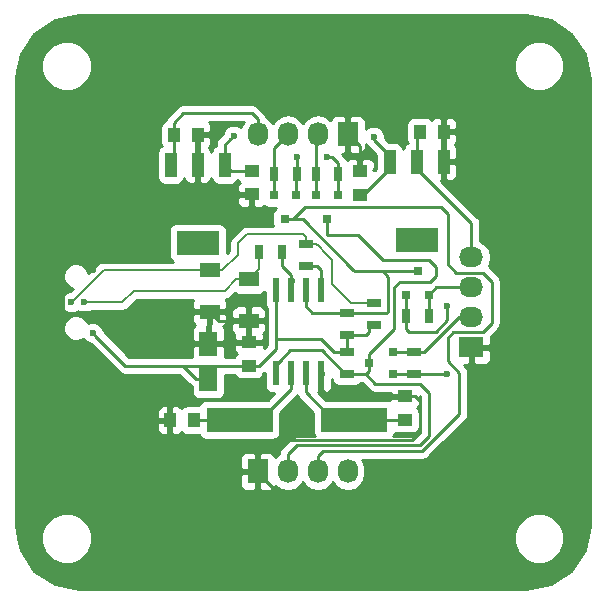
<source format=gbr>
G04 #@! TF.FileFunction,Copper,L1,Top,Signal*
%FSLAX46Y46*%
G04 Gerber Fmt 4.6, Leading zero omitted, Abs format (unit mm)*
G04 Created by KiCad (PCBNEW 4.0.2+dfsg1-stable) date Thu 18 Aug 2016 03:04:42 AM CEST*
%MOMM*%
G01*
G04 APERTURE LIST*
%ADD10C,0.100000*%
%ADD11R,1.699260X1.300480*%
%ADD12R,1.250000X1.000000*%
%ADD13R,1.727200X2.032000*%
%ADD14O,1.727200X2.032000*%
%ADD15R,0.800100X0.800100*%
%ADD16R,3.657600X2.032000*%
%ADD17R,1.016000X2.032000*%
%ADD18R,5.600700X2.100580*%
%ADD19R,1.000000X1.250000*%
%ADD20R,0.700000X1.300000*%
%ADD21R,1.300000X0.700000*%
%ADD22R,2.032000X1.727200*%
%ADD23O,2.032000X1.727200*%
%ADD24R,0.600000X2.130000*%
%ADD25R,1.501140X2.148840*%
%ADD26C,0.600000*%
%ADD27C,0.254000*%
%ADD28C,0.200000*%
G04 APERTURE END LIST*
D10*
D11*
X103124000Y-80291940D03*
X103124000Y-83792060D03*
D12*
X106680000Y-71882000D03*
X106680000Y-73882000D03*
D13*
X107188000Y-97322000D03*
D14*
X109728000Y-97322000D03*
X112268000Y-97322000D03*
X114808000Y-97322000D03*
D15*
X110424000Y-73947020D03*
X108524000Y-73947020D03*
X109474000Y-75946000D03*
X113980000Y-73929240D03*
X112080000Y-73929240D03*
X113030000Y-75928220D03*
D16*
X102108000Y-77978000D03*
D17*
X102108000Y-71374000D03*
X99822000Y-71374000D03*
X104394000Y-71374000D03*
D16*
X120650000Y-77724000D03*
D17*
X120650000Y-71120000D03*
X118364000Y-71120000D03*
X122936000Y-71120000D03*
D18*
X105641140Y-92964000D03*
X115338860Y-92964000D03*
D11*
X106426000Y-81053940D03*
X106426000Y-84554060D03*
D19*
X101750000Y-93000000D03*
X99750000Y-93000000D03*
D12*
X119634000Y-92948000D03*
X119634000Y-90948000D03*
X106426000Y-88376000D03*
X106426000Y-86376000D03*
D19*
X100092000Y-68834000D03*
X102092000Y-68834000D03*
D12*
X115824000Y-73898000D03*
X115824000Y-71898000D03*
D19*
X120920000Y-68580000D03*
X122920000Y-68580000D03*
D20*
X110490000Y-72136000D03*
X108590000Y-72136000D03*
D21*
X114750000Y-87188000D03*
X114750000Y-89088000D03*
X117000000Y-84958000D03*
X117000000Y-83058000D03*
X111250000Y-79950000D03*
X111250000Y-78050000D03*
D20*
X109200000Y-78750000D03*
X107300000Y-78750000D03*
X113980000Y-72136000D03*
X112080000Y-72136000D03*
D21*
X114750000Y-85786000D03*
X114750000Y-83886000D03*
D22*
X125270000Y-86810000D03*
D23*
X125270000Y-84270000D03*
X125270000Y-81730000D03*
X125270000Y-79190000D03*
D13*
X114810000Y-68790000D03*
D14*
X112270000Y-68790000D03*
X109730000Y-68790000D03*
X107190000Y-68790000D03*
D15*
X119778000Y-82364760D03*
X121678000Y-82364760D03*
X120728000Y-80365780D03*
X118602760Y-89088000D03*
X118602760Y-87188000D03*
X116603780Y-88138000D03*
D20*
X119778000Y-84158000D03*
X121678000Y-84158000D03*
D21*
X120396000Y-89088000D03*
X120396000Y-87188000D03*
D24*
X108712000Y-89000000D03*
X109982000Y-89000000D03*
X111252000Y-89000000D03*
X112522000Y-89000000D03*
X112522000Y-82000000D03*
X111252000Y-82000000D03*
X109982000Y-82000000D03*
X108712000Y-82000000D03*
D25*
X103000000Y-86498860D03*
X103000000Y-89501140D03*
D26*
X93250000Y-80250000D03*
X117000000Y-69000000D03*
X105144121Y-68904833D03*
X93217613Y-85608594D03*
X123201588Y-89065557D03*
X123238000Y-83312000D03*
X110499391Y-70698724D03*
X113056309Y-70714556D03*
X92500000Y-83000000D03*
X91404206Y-83013466D03*
D27*
X101750000Y-93000000D02*
X105605140Y-93000000D01*
X105605140Y-93000000D02*
X105641140Y-92964000D01*
X109982000Y-90373200D02*
X109982000Y-89000000D01*
X109982000Y-90373200D02*
X107391200Y-92964000D01*
X107391200Y-92964000D02*
X105641140Y-92964000D01*
X106918000Y-92948000D02*
X106934000Y-92964000D01*
X106918000Y-92980000D02*
X106934000Y-92964000D01*
X115824000Y-71898000D02*
X115824000Y-69804000D01*
X115824000Y-69804000D02*
X114810000Y-68790000D01*
X96266000Y-74930000D02*
X98044000Y-73152000D01*
X98044000Y-73152000D02*
X98044000Y-68326000D01*
X98044000Y-68326000D02*
X102108000Y-64262000D01*
X102108000Y-64262000D02*
X119888000Y-64262000D01*
X119888000Y-64262000D02*
X121666000Y-66040000D01*
X125250000Y-95476000D02*
X121476000Y-99250000D01*
X125270000Y-86810000D02*
X125270000Y-95456000D01*
X125270000Y-95456000D02*
X125250000Y-95476000D01*
X98750000Y-94662000D02*
X99084000Y-94996000D01*
X97088000Y-93000000D02*
X98750000Y-94662000D01*
X120242000Y-94662000D02*
X120904000Y-94000000D01*
X120904000Y-91339000D02*
X120904000Y-94000000D01*
X98750000Y-94662000D02*
X120242000Y-94662000D01*
X107188000Y-97322000D02*
X107188000Y-97474400D01*
X109067600Y-99354000D02*
X121372000Y-99354000D01*
X121372000Y-99354000D02*
X121476000Y-99250000D01*
X107188000Y-97474400D02*
X109067600Y-99354000D01*
X99084000Y-94996000D02*
X101338000Y-97250000D01*
X107190000Y-97322000D02*
X101410000Y-97322000D01*
X101410000Y-97322000D02*
X101338000Y-97250000D01*
X103124000Y-83792060D02*
X92166223Y-83792060D01*
X92166223Y-83792060D02*
X91963124Y-83995159D01*
X91963124Y-83995159D02*
X91432841Y-83995159D01*
X91432841Y-83995159D02*
X90678000Y-84750000D01*
X90678000Y-83312000D02*
X90678000Y-84750000D01*
X90678000Y-84750000D02*
X90678000Y-88240482D01*
X93250000Y-80250000D02*
X93250000Y-77946000D01*
X93250000Y-77946000D02*
X96266000Y-74930000D01*
X95020000Y-90932000D02*
X97088000Y-93000000D01*
X99750000Y-93000000D02*
X98996000Y-93000000D01*
X98996000Y-93000000D02*
X97088000Y-93000000D01*
X103000000Y-86498860D02*
X103000000Y-83916060D01*
X103000000Y-83916060D02*
X103124000Y-83792060D01*
X106426000Y-86376000D02*
X103122860Y-86376000D01*
X103122860Y-86376000D02*
X103000000Y-86498860D01*
X112522000Y-89000000D02*
X112522000Y-90319000D01*
X112522000Y-90319000D02*
X113151000Y-90948000D01*
X113151000Y-90948000D02*
X115078000Y-90948000D01*
X115078000Y-90948000D02*
X119634000Y-90948000D01*
X96266000Y-74930000D02*
X92964000Y-74930000D01*
X92964000Y-74930000D02*
X90671420Y-77222580D01*
X90671420Y-77222580D02*
X90671420Y-83305420D01*
X90671420Y-83305420D02*
X90678000Y-83312000D01*
X90678000Y-88240482D02*
X93369518Y-90932000D01*
X93369518Y-90932000D02*
X95020000Y-90932000D01*
X103323390Y-83792060D02*
X103124000Y-83792060D01*
X106426000Y-86376000D02*
X106426000Y-84554060D01*
X104503496Y-74914000D02*
X105535496Y-73882000D01*
X105535496Y-73882000D02*
X106680000Y-73882000D01*
X99822000Y-74930000D02*
X96266000Y-74930000D01*
X119634000Y-90948000D02*
X120513000Y-90948000D01*
X120513000Y-90948000D02*
X120904000Y-91339000D01*
X122920000Y-67294000D02*
X122920000Y-68580000D01*
X122936000Y-71120000D02*
X122936000Y-68596000D01*
X122936000Y-68596000D02*
X122920000Y-68580000D01*
X99100000Y-94980000D02*
X99084000Y-94996000D01*
X104969940Y-84554060D02*
X105322370Y-84554060D01*
X105322370Y-84554060D02*
X106426000Y-84554060D01*
X106426000Y-84554060D02*
X103886000Y-84554060D01*
X103886000Y-84554060D02*
X103124000Y-83792060D01*
X103432610Y-83792060D02*
X103124000Y-83792060D01*
X99838000Y-74914000D02*
X104503496Y-74914000D01*
X99822000Y-74930000D02*
X99838000Y-74914000D01*
X102092000Y-68834000D02*
X102092000Y-71358000D01*
X102092000Y-71358000D02*
X102108000Y-71374000D01*
X102108000Y-72644000D02*
X99822000Y-74930000D01*
X102108000Y-71374000D02*
X102108000Y-72644000D01*
X114810000Y-68790000D02*
X114810000Y-68637600D01*
X121666000Y-66040000D02*
X122920000Y-67294000D01*
X114810000Y-69187000D02*
X114810000Y-68790000D01*
X111252000Y-90627200D02*
X111252000Y-89000000D01*
X119634000Y-92948000D02*
X115354860Y-92948000D01*
X115354860Y-92948000D02*
X115338860Y-92964000D01*
X111252000Y-90627200D02*
X113588800Y-92964000D01*
X113588800Y-92964000D02*
X115338860Y-92964000D01*
X118364000Y-71120000D02*
X118364000Y-70612000D01*
X118364000Y-70612000D02*
X117000000Y-69248000D01*
X117000000Y-69248000D02*
X117000000Y-69000000D01*
X104394000Y-71374000D02*
X104394000Y-69654954D01*
X104394000Y-69654954D02*
X104844122Y-69204832D01*
X104844122Y-69204832D02*
X105144121Y-68904833D01*
X106426000Y-88376000D02*
X100750000Y-88376000D01*
X101995430Y-89501140D02*
X100870290Y-88376000D01*
X100750000Y-88376000D02*
X95985019Y-88376000D01*
X103000000Y-89501140D02*
X101995430Y-89501140D01*
X100870290Y-88376000D02*
X100750000Y-88376000D01*
X93517612Y-85908593D02*
X93217613Y-85608594D01*
X95985019Y-88376000D02*
X93517612Y-85908593D01*
X114750000Y-85786000D02*
X116362000Y-85786000D01*
X114750000Y-87188000D02*
X114750000Y-85786000D01*
X113650000Y-87188000D02*
X114750000Y-87188000D01*
X112568000Y-86106000D02*
X113650000Y-87188000D01*
X108712000Y-86106000D02*
X112568000Y-86106000D01*
X108712000Y-83660000D02*
X108712000Y-82000000D01*
X106426000Y-88376000D02*
X107305000Y-88376000D01*
X107305000Y-88376000D02*
X108712000Y-86969000D01*
X108712000Y-86969000D02*
X108712000Y-86106000D01*
X108712000Y-83660000D02*
X108712000Y-86106000D01*
X106680000Y-71882000D02*
X104902000Y-71882000D01*
X104902000Y-71882000D02*
X104394000Y-71374000D01*
X115824000Y-73898000D02*
X116094000Y-73898000D01*
X116094000Y-73898000D02*
X118364000Y-71628000D01*
X118364000Y-71628000D02*
X118364000Y-71120000D01*
X116362000Y-85786000D02*
X116586000Y-85562000D01*
X116586000Y-85562000D02*
X116586000Y-84958000D01*
X120650000Y-71120000D02*
X120650000Y-68850000D01*
X120650000Y-68850000D02*
X120920000Y-68580000D01*
X122250000Y-85500000D02*
X123238000Y-84512000D01*
X123238000Y-84512000D02*
X123238000Y-83312000D01*
X123201588Y-89065557D02*
X120418443Y-89065557D01*
X120418443Y-89065557D02*
X120396000Y-89088000D01*
X120650000Y-71722400D02*
X125250000Y-76322400D01*
X125270000Y-79190000D02*
X125270000Y-76342400D01*
X125270000Y-76342400D02*
X125250000Y-76322400D01*
X125117600Y-79190000D02*
X125270000Y-79190000D01*
X119778000Y-84158000D02*
X119778000Y-85278000D01*
X120000000Y-85500000D02*
X122250000Y-85500000D01*
X119778000Y-85278000D02*
X120000000Y-85500000D01*
X118602760Y-89088000D02*
X120396000Y-89088000D01*
X119778000Y-82364760D02*
X119778000Y-84158000D01*
X120650000Y-71120000D02*
X120650000Y-71722400D01*
X120741536Y-71211536D02*
X120650000Y-71120000D01*
X110499391Y-71725180D02*
X110499391Y-71122988D01*
X110490000Y-71734571D02*
X110499391Y-71725180D01*
X110499391Y-71122988D02*
X110499391Y-70698724D01*
X114000000Y-71233983D02*
X114000000Y-72116000D01*
X114000000Y-72116000D02*
X113980000Y-72136000D01*
X113056309Y-70714556D02*
X113480573Y-70714556D01*
X113480573Y-70714556D02*
X114000000Y-71233983D01*
X100092000Y-68834000D02*
X100092000Y-67802000D01*
X100092000Y-67802000D02*
X100883457Y-67010543D01*
X100883457Y-67010543D02*
X106680543Y-67010543D01*
X106680543Y-67010543D02*
X107190000Y-67520000D01*
X107190000Y-67520000D02*
X107190000Y-68790000D01*
X100092000Y-68834000D02*
X100092000Y-71104000D01*
X100092000Y-71104000D02*
X99822000Y-71374000D01*
X99822000Y-70866000D02*
X99822000Y-71374000D01*
X110424000Y-73947020D02*
X110424000Y-72202000D01*
X110424000Y-72202000D02*
X110490000Y-72136000D01*
X113980000Y-73929240D02*
X113980000Y-72136000D01*
D28*
X94381320Y-83000000D02*
X92500000Y-83000000D01*
X107300000Y-78750000D02*
X107300000Y-80179940D01*
X107300000Y-80179940D02*
X106426000Y-81053940D01*
X94381320Y-83000000D02*
X95731940Y-83000000D01*
X95731940Y-83000000D02*
X96689940Y-82042000D01*
X96689940Y-82042000D02*
X104388310Y-82042000D01*
X106426000Y-81053940D02*
X105376370Y-81053940D01*
X105376370Y-81053940D02*
X104388310Y-82042000D01*
X94125732Y-80291940D02*
X91704205Y-82713467D01*
X103124000Y-80291940D02*
X94125732Y-80291940D01*
X91704205Y-82713467D02*
X91404206Y-83013466D01*
X113078000Y-79000000D02*
X113500000Y-79422000D01*
X113500000Y-79422000D02*
X113500000Y-81500000D01*
X113500000Y-81500000D02*
X115058000Y-83058000D01*
X115058000Y-83058000D02*
X117000000Y-83058000D01*
X113078000Y-79000000D02*
X112250000Y-78172000D01*
X111250000Y-78050000D02*
X111250000Y-77500000D01*
X104173630Y-80291940D02*
X103124000Y-80291940D01*
X111250000Y-77500000D02*
X111000000Y-77250000D01*
X111000000Y-77250000D02*
X106250000Y-77250000D01*
X106250000Y-77250000D02*
X105500000Y-78000000D01*
X105500000Y-78000000D02*
X105500000Y-78965570D01*
X105500000Y-78965570D02*
X104173630Y-80291940D01*
X112250000Y-78172000D02*
X112128000Y-78050000D01*
X112128000Y-78050000D02*
X111250000Y-78050000D01*
X112224552Y-78146552D02*
X112250000Y-78172000D01*
D27*
X109728000Y-95888010D02*
X110500000Y-95116010D01*
X121000000Y-95034067D02*
X121666000Y-94368067D01*
X110500000Y-95116010D02*
X120918057Y-95116010D01*
X120918057Y-95116010D02*
X121000000Y-95034067D01*
X109728000Y-97322000D02*
X109728000Y-95888010D01*
X116603780Y-88138000D02*
X116603780Y-87396220D01*
X116603780Y-87396220D02*
X118750000Y-85250000D01*
X113030000Y-77348175D02*
X113030000Y-75928220D01*
X118750000Y-85250000D02*
X118750000Y-81750000D01*
X118750000Y-81750000D02*
X119250000Y-81250000D01*
X122250000Y-80750000D02*
X122250000Y-80000000D01*
X119250000Y-81250000D02*
X121750000Y-81250000D01*
X121646000Y-79396000D02*
X117750000Y-79396000D01*
X121750000Y-81250000D02*
X122250000Y-80750000D01*
X122250000Y-80000000D02*
X121646000Y-79396000D01*
X117750000Y-79396000D02*
X115702175Y-77348175D01*
X115702175Y-77348175D02*
X113030000Y-77348175D01*
X114750000Y-89088000D02*
X114588000Y-89088000D01*
X114588000Y-89088000D02*
X112584007Y-87084007D01*
X112584007Y-87084007D02*
X109944391Y-87084007D01*
X109944391Y-87084007D02*
X109055726Y-87972672D01*
X109041445Y-87972672D02*
X108712000Y-88302117D01*
X109055726Y-87972672D02*
X109041445Y-87972672D01*
X108712000Y-88302117D02*
X108712000Y-89060000D01*
X115824000Y-89088000D02*
X114750000Y-89088000D01*
X114554000Y-89078398D02*
X114554000Y-89088000D01*
X117135830Y-89916000D02*
X116307830Y-89088000D01*
X120904000Y-89916000D02*
X117135830Y-89916000D01*
X115824000Y-89088000D02*
X116307830Y-89088000D01*
X116307830Y-89088000D02*
X116603780Y-88792050D01*
X116603780Y-88792050D02*
X116603780Y-88138000D01*
X121666000Y-94368067D02*
X121666000Y-90678000D01*
X121666000Y-90678000D02*
X120904000Y-89916000D01*
X112200000Y-79950000D02*
X112522000Y-80272000D01*
X112522000Y-80272000D02*
X112522000Y-82000000D01*
X111250000Y-79950000D02*
X112200000Y-79950000D01*
X110128050Y-75946000D02*
X111144050Y-74930000D01*
X111144050Y-74930000D02*
X122680000Y-74930000D01*
X122680000Y-74930000D02*
X123250000Y-75500000D01*
X123250000Y-75500000D02*
X123250000Y-79750000D01*
X123250000Y-79750000D02*
X124000000Y-80500000D01*
X124000000Y-80500000D02*
X126250000Y-80500000D01*
X127000000Y-81250000D02*
X127000000Y-84750000D01*
X127000000Y-84750000D02*
X126250000Y-85500000D01*
X126250000Y-80500000D02*
X127000000Y-81250000D01*
X126250000Y-85500000D02*
X123750000Y-85500000D01*
X123750000Y-85500000D02*
X123250000Y-86000000D01*
X123250000Y-86000000D02*
X123250000Y-88000000D01*
X123250000Y-88000000D02*
X124250000Y-89000000D01*
X124250000Y-89000000D02*
X124250000Y-92426134D01*
X124250000Y-92426134D02*
X122174000Y-94502134D01*
X122174000Y-94502134D02*
X121176134Y-95500000D01*
X112749980Y-95570020D02*
X121106114Y-95570020D01*
X112268000Y-97322000D02*
X112268000Y-96052000D01*
X112268000Y-96052000D02*
X112749980Y-95570020D01*
X121106114Y-95570020D02*
X121176134Y-95500000D01*
X114554000Y-83886000D02*
X118114000Y-83886000D01*
X118114000Y-83886000D02*
X118250000Y-83750000D01*
X118250000Y-83750000D02*
X118250000Y-80865780D01*
X118250000Y-80865780D02*
X118134220Y-80750000D01*
X118134220Y-80750000D02*
X117750000Y-80365780D01*
X120478000Y-80365780D02*
X117750000Y-80365780D01*
X117750000Y-80365780D02*
X115405538Y-80365780D01*
X111000854Y-75961096D02*
X115289758Y-80250000D01*
X115405538Y-80365780D02*
X115289758Y-80250000D01*
X111252000Y-82000000D02*
X111252000Y-83319000D01*
X111252000Y-83319000D02*
X111819000Y-83886000D01*
X111819000Y-83886000D02*
X113650000Y-83886000D01*
X113650000Y-83886000D02*
X114554000Y-83886000D01*
X110128050Y-75946000D02*
X110143146Y-75961096D01*
X110143146Y-75961096D02*
X111000854Y-75961096D01*
X114554000Y-83886000D02*
X114254000Y-83886000D01*
X109474000Y-75946000D02*
X110128050Y-75946000D01*
X109982000Y-82000000D02*
X109982000Y-80681000D01*
X109982000Y-80681000D02*
X109200000Y-79899000D01*
X109200000Y-79899000D02*
X109200000Y-78750000D01*
X109982000Y-81214000D02*
X110170000Y-81026000D01*
X110170000Y-81026000D02*
X110170000Y-81326000D01*
X125270000Y-81730000D02*
X122312760Y-81730000D01*
X122312760Y-81730000D02*
X121678000Y-82364760D01*
X121678000Y-82364760D02*
X121678000Y-84158000D01*
X120396000Y-87188000D02*
X121300000Y-87188000D01*
X121300000Y-87188000D02*
X122878239Y-85609761D01*
X122878239Y-85609761D02*
X122890239Y-85609761D01*
X122890239Y-85609761D02*
X124230000Y-84270000D01*
X124230000Y-84270000D02*
X125270000Y-84270000D01*
X118602760Y-87188000D02*
X120396000Y-87188000D01*
X108590000Y-72136000D02*
X108590000Y-69910000D01*
X108590000Y-69910000D02*
X109710000Y-68790000D01*
X109710000Y-68790000D02*
X109730000Y-68790000D01*
X108524000Y-73947020D02*
X108524000Y-72202000D01*
X108524000Y-72202000D02*
X108590000Y-72136000D01*
X112080000Y-72136000D02*
X112080000Y-68980000D01*
X112080000Y-68980000D02*
X112270000Y-68790000D01*
X112080000Y-73929240D02*
X112080000Y-72136000D01*
G36*
X132019072Y-59125528D02*
X133730760Y-60269241D01*
X134874471Y-61980926D01*
X135290000Y-64069931D01*
X135290000Y-101930069D01*
X134874471Y-104019074D01*
X133730760Y-105730759D01*
X132019072Y-106874472D01*
X129930069Y-107290000D01*
X92069931Y-107290000D01*
X89980926Y-106874471D01*
X88269241Y-105730760D01*
X87125528Y-104019072D01*
X87006926Y-103422815D01*
X88864630Y-103422815D01*
X89188980Y-104207800D01*
X89789041Y-104808909D01*
X90573459Y-105134628D01*
X91422815Y-105135370D01*
X92207800Y-104811020D01*
X92808909Y-104210959D01*
X93134628Y-103426541D01*
X93134631Y-103422815D01*
X128864630Y-103422815D01*
X129188980Y-104207800D01*
X129789041Y-104808909D01*
X130573459Y-105134628D01*
X131422815Y-105135370D01*
X132207800Y-104811020D01*
X132808909Y-104210959D01*
X133134628Y-103426541D01*
X133135370Y-102577185D01*
X132811020Y-101792200D01*
X132210959Y-101191091D01*
X131426541Y-100865372D01*
X130577185Y-100864630D01*
X129792200Y-101188980D01*
X129191091Y-101789041D01*
X128865372Y-102573459D01*
X128864630Y-103422815D01*
X93134631Y-103422815D01*
X93135370Y-102577185D01*
X92811020Y-101792200D01*
X92210959Y-101191091D01*
X91426541Y-100865372D01*
X90577185Y-100864630D01*
X89792200Y-101188980D01*
X89191091Y-101789041D01*
X88865372Y-102573459D01*
X88864630Y-103422815D01*
X87006926Y-103422815D01*
X86710000Y-101930069D01*
X86710000Y-97607750D01*
X105689400Y-97607750D01*
X105689400Y-98464309D01*
X105786073Y-98697698D01*
X105964701Y-98876327D01*
X106198090Y-98973000D01*
X106902250Y-98973000D01*
X107061000Y-98814250D01*
X107061000Y-97449000D01*
X105848150Y-97449000D01*
X105689400Y-97607750D01*
X86710000Y-97607750D01*
X86710000Y-96179691D01*
X105689400Y-96179691D01*
X105689400Y-97036250D01*
X105848150Y-97195000D01*
X107061000Y-97195000D01*
X107061000Y-95829750D01*
X106902250Y-95671000D01*
X106198090Y-95671000D01*
X105964701Y-95767673D01*
X105786073Y-95946302D01*
X105689400Y-96179691D01*
X86710000Y-96179691D01*
X86710000Y-93285750D01*
X98615000Y-93285750D01*
X98615000Y-93751310D01*
X98711673Y-93984699D01*
X98890302Y-94163327D01*
X99123691Y-94260000D01*
X99464250Y-94260000D01*
X99623000Y-94101250D01*
X99623000Y-93127000D01*
X98773750Y-93127000D01*
X98615000Y-93285750D01*
X86710000Y-93285750D01*
X86710000Y-92248690D01*
X98615000Y-92248690D01*
X98615000Y-92714250D01*
X98773750Y-92873000D01*
X99623000Y-92873000D01*
X99623000Y-91898750D01*
X99464250Y-91740000D01*
X99123691Y-91740000D01*
X98890302Y-91836673D01*
X98711673Y-92015301D01*
X98615000Y-92248690D01*
X86710000Y-92248690D01*
X86710000Y-83198633D01*
X90469044Y-83198633D01*
X90611089Y-83542409D01*
X90873879Y-83805658D01*
X91217407Y-83948304D01*
X91589373Y-83948628D01*
X91933149Y-83806583D01*
X91958638Y-83781138D01*
X91969673Y-83792192D01*
X92313201Y-83934838D01*
X92685167Y-83935162D01*
X93028943Y-83793117D01*
X93044576Y-83777511D01*
X104941370Y-83777511D01*
X104941370Y-84268310D01*
X105100120Y-84427060D01*
X106299000Y-84427060D01*
X106299000Y-83427570D01*
X106553000Y-83427570D01*
X106553000Y-84427060D01*
X107751880Y-84427060D01*
X107910630Y-84268310D01*
X107910630Y-83777511D01*
X107813957Y-83544122D01*
X107635329Y-83365493D01*
X107401940Y-83268820D01*
X106711750Y-83268820D01*
X106553000Y-83427570D01*
X106299000Y-83427570D01*
X106140250Y-83268820D01*
X105450060Y-83268820D01*
X105216671Y-83365493D01*
X105038043Y-83544122D01*
X104941370Y-83777511D01*
X93044576Y-83777511D01*
X93087162Y-83735000D01*
X95731940Y-83735000D01*
X96013212Y-83679051D01*
X96251663Y-83519723D01*
X96994387Y-82777000D01*
X101741165Y-82777000D01*
X101736043Y-82782122D01*
X101639370Y-83015511D01*
X101639370Y-83506310D01*
X101798120Y-83665060D01*
X102997000Y-83665060D01*
X102997000Y-83645060D01*
X103251000Y-83645060D01*
X103251000Y-83665060D01*
X104449880Y-83665060D01*
X104608630Y-83506310D01*
X104608630Y-83015511D01*
X104511957Y-82782122D01*
X104487170Y-82757335D01*
X104669582Y-82721051D01*
X104908033Y-82561723D01*
X105232199Y-82237558D01*
X105324480Y-82300611D01*
X105576370Y-82351620D01*
X107275630Y-82351620D01*
X107510947Y-82307342D01*
X107727071Y-82168270D01*
X107764560Y-82113403D01*
X107764560Y-83065000D01*
X107808838Y-83300317D01*
X107947910Y-83516441D01*
X107950000Y-83517869D01*
X107950000Y-86653369D01*
X107686000Y-86917369D01*
X107686000Y-86661750D01*
X107527250Y-86503000D01*
X106553000Y-86503000D01*
X106553000Y-86523000D01*
X106299000Y-86523000D01*
X106299000Y-86503000D01*
X105324750Y-86503000D01*
X105166000Y-86661750D01*
X105166000Y-87002309D01*
X105262673Y-87235698D01*
X105403910Y-87376936D01*
X105349559Y-87411910D01*
X105211477Y-87614000D01*
X104385570Y-87614000D01*
X104385570Y-86784610D01*
X104226820Y-86625860D01*
X103127000Y-86625860D01*
X103127000Y-86645860D01*
X102873000Y-86645860D01*
X102873000Y-86625860D01*
X101773180Y-86625860D01*
X101614430Y-86784610D01*
X101614430Y-87614000D01*
X96300650Y-87614000D01*
X94152738Y-85466089D01*
X94152775Y-85423427D01*
X94101004Y-85298131D01*
X101614430Y-85298131D01*
X101614430Y-86213110D01*
X101773180Y-86371860D01*
X102873000Y-86371860D01*
X102873000Y-85042550D01*
X102967360Y-84948190D01*
X103127000Y-84948190D01*
X103127000Y-86371860D01*
X104226820Y-86371860D01*
X104385570Y-86213110D01*
X104385570Y-85298131D01*
X104288897Y-85064742D01*
X104242433Y-85018277D01*
X104333329Y-84980627D01*
X104474145Y-84839810D01*
X104941370Y-84839810D01*
X104941370Y-85330609D01*
X105038043Y-85563998D01*
X105182910Y-85708866D01*
X105166000Y-85749691D01*
X105166000Y-86090250D01*
X105324750Y-86249000D01*
X106299000Y-86249000D01*
X106299000Y-84681060D01*
X106553000Y-84681060D01*
X106553000Y-86249000D01*
X107527250Y-86249000D01*
X107686000Y-86090250D01*
X107686000Y-85749691D01*
X107669090Y-85708866D01*
X107813957Y-85563998D01*
X107910630Y-85330609D01*
X107910630Y-84839810D01*
X107751880Y-84681060D01*
X106553000Y-84681060D01*
X106299000Y-84681060D01*
X105100120Y-84681060D01*
X104941370Y-84839810D01*
X104474145Y-84839810D01*
X104511957Y-84801998D01*
X104608630Y-84568609D01*
X104608630Y-84077810D01*
X104449880Y-83919060D01*
X103251000Y-83919060D01*
X103251000Y-84824190D01*
X103127000Y-84948190D01*
X102967360Y-84948190D01*
X102997000Y-84918550D01*
X102997000Y-83919060D01*
X101798120Y-83919060D01*
X101639370Y-84077810D01*
X101639370Y-84568609D01*
X101736043Y-84801998D01*
X101854944Y-84920900D01*
X101711103Y-85064742D01*
X101614430Y-85298131D01*
X94101004Y-85298131D01*
X94010730Y-85079651D01*
X93747940Y-84816402D01*
X93404412Y-84673756D01*
X93032446Y-84673432D01*
X92781787Y-84777002D01*
X92702898Y-84586077D01*
X92398067Y-84280714D01*
X91999583Y-84115249D01*
X91568110Y-84114872D01*
X91169337Y-84279642D01*
X90863974Y-84584473D01*
X90698509Y-84982957D01*
X90698132Y-85414430D01*
X90862902Y-85813203D01*
X91167733Y-86118566D01*
X91566217Y-86284031D01*
X91997690Y-86284408D01*
X92396463Y-86119638D01*
X92411074Y-86105053D01*
X92424496Y-86137537D01*
X92687286Y-86400786D01*
X93030814Y-86543432D01*
X93074859Y-86543470D01*
X95446203Y-88914815D01*
X95691022Y-89078398D01*
X95693414Y-89079996D01*
X95985019Y-89138000D01*
X100554660Y-89138000D01*
X101456614Y-90039955D01*
X101601990Y-90137092D01*
X101601990Y-90575560D01*
X101646268Y-90810877D01*
X101785340Y-91027001D01*
X101997540Y-91171991D01*
X102249430Y-91223000D01*
X103750570Y-91223000D01*
X103985887Y-91178722D01*
X104202011Y-91039650D01*
X104347001Y-90827450D01*
X104398010Y-90575560D01*
X104398010Y-89138000D01*
X105215008Y-89138000D01*
X105336910Y-89327441D01*
X105549110Y-89472431D01*
X105801000Y-89523440D01*
X107051000Y-89523440D01*
X107286317Y-89479162D01*
X107502441Y-89340090D01*
X107647431Y-89127890D01*
X107666601Y-89033226D01*
X107764560Y-88967772D01*
X107764560Y-90065000D01*
X107808838Y-90300317D01*
X107947910Y-90516441D01*
X108160110Y-90661431D01*
X108412000Y-90712440D01*
X108565129Y-90712440D01*
X108011300Y-91266270D01*
X102840790Y-91266270D01*
X102605473Y-91310548D01*
X102389349Y-91449620D01*
X102244359Y-91661820D01*
X102231046Y-91727560D01*
X101250000Y-91727560D01*
X101014683Y-91771838D01*
X100798559Y-91910910D01*
X100752031Y-91979006D01*
X100609698Y-91836673D01*
X100376309Y-91740000D01*
X100035750Y-91740000D01*
X99877000Y-91898750D01*
X99877000Y-92873000D01*
X99897000Y-92873000D01*
X99897000Y-93127000D01*
X99877000Y-93127000D01*
X99877000Y-94101250D01*
X100035750Y-94260000D01*
X100376309Y-94260000D01*
X100609698Y-94163327D01*
X100750936Y-94022090D01*
X100785910Y-94076441D01*
X100998110Y-94221431D01*
X101250000Y-94272440D01*
X102250000Y-94272440D01*
X102252070Y-94272051D01*
X102376700Y-94465731D01*
X102588900Y-94610721D01*
X102840790Y-94661730D01*
X108441490Y-94661730D01*
X108676807Y-94617452D01*
X108892931Y-94478380D01*
X109037921Y-94266180D01*
X109088930Y-94014290D01*
X109088930Y-92343900D01*
X110520815Y-90912016D01*
X110540726Y-90882217D01*
X110548004Y-90918805D01*
X110652371Y-91075000D01*
X110713185Y-91166015D01*
X111891070Y-92343901D01*
X111891070Y-94014290D01*
X111935348Y-94249607D01*
X112002529Y-94354010D01*
X110500000Y-94354010D01*
X110208395Y-94412014D01*
X109961185Y-94577195D01*
X109189185Y-95349195D01*
X109024004Y-95596405D01*
X108968138Y-95877259D01*
X108668330Y-96077585D01*
X108653500Y-96099780D01*
X108589927Y-95946302D01*
X108411299Y-95767673D01*
X108177910Y-95671000D01*
X107473750Y-95671000D01*
X107315000Y-95829750D01*
X107315000Y-97195000D01*
X107335000Y-97195000D01*
X107335000Y-97449000D01*
X107315000Y-97449000D01*
X107315000Y-98814250D01*
X107473750Y-98973000D01*
X108177910Y-98973000D01*
X108411299Y-98876327D01*
X108589927Y-98697698D01*
X108653500Y-98544220D01*
X108668330Y-98566415D01*
X109154511Y-98891271D01*
X109728000Y-99005345D01*
X110301489Y-98891271D01*
X110787670Y-98566415D01*
X110998000Y-98251634D01*
X111208330Y-98566415D01*
X111694511Y-98891271D01*
X112268000Y-99005345D01*
X112841489Y-98891271D01*
X113327670Y-98566415D01*
X113538000Y-98251634D01*
X113748330Y-98566415D01*
X114234511Y-98891271D01*
X114808000Y-99005345D01*
X115381489Y-98891271D01*
X115867670Y-98566415D01*
X116192526Y-98080234D01*
X116306600Y-97506745D01*
X116306600Y-97137255D01*
X116192526Y-96563766D01*
X116037678Y-96332020D01*
X121106114Y-96332020D01*
X121397719Y-96274016D01*
X121644929Y-96108835D01*
X121714949Y-96038816D01*
X121714951Y-96038813D01*
X122712816Y-95040949D01*
X122712818Y-95040946D01*
X124788815Y-92964950D01*
X124953996Y-92717739D01*
X124963015Y-92672396D01*
X125012000Y-92426134D01*
X125012000Y-89000000D01*
X124988208Y-88880390D01*
X124953997Y-88708396D01*
X124788816Y-88461185D01*
X124636231Y-88308600D01*
X124984250Y-88308600D01*
X125143000Y-88149850D01*
X125143000Y-86937000D01*
X125397000Y-86937000D01*
X125397000Y-88149850D01*
X125555750Y-88308600D01*
X126412309Y-88308600D01*
X126645698Y-88211927D01*
X126824327Y-88033299D01*
X126921000Y-87799910D01*
X126921000Y-87095750D01*
X126762250Y-86937000D01*
X125397000Y-86937000D01*
X125143000Y-86937000D01*
X125123000Y-86937000D01*
X125123000Y-86683000D01*
X125143000Y-86683000D01*
X125143000Y-86663000D01*
X125397000Y-86663000D01*
X125397000Y-86683000D01*
X126762250Y-86683000D01*
X126921000Y-86524250D01*
X126921000Y-85906630D01*
X127538815Y-85288815D01*
X127703996Y-85041605D01*
X127717859Y-84971910D01*
X127762000Y-84750000D01*
X127762000Y-81250000D01*
X127703996Y-80958395D01*
X127538815Y-80711185D01*
X126788815Y-79961185D01*
X126775069Y-79952000D01*
X126732374Y-79923472D01*
X126839271Y-79763489D01*
X126953345Y-79190000D01*
X126839271Y-78616511D01*
X126514415Y-78130330D01*
X126032000Y-77807990D01*
X126032000Y-76342400D01*
X125973996Y-76050795D01*
X125892094Y-75928220D01*
X125808815Y-75803584D01*
X125788817Y-75783587D01*
X125788815Y-75783584D01*
X122713240Y-72708010D01*
X122809000Y-72612250D01*
X122809000Y-71247000D01*
X123063000Y-71247000D01*
X123063000Y-72612250D01*
X123221750Y-72771000D01*
X123570309Y-72771000D01*
X123803698Y-72674327D01*
X123982327Y-72495699D01*
X124079000Y-72262310D01*
X124079000Y-71405750D01*
X123920250Y-71247000D01*
X123063000Y-71247000D01*
X122809000Y-71247000D01*
X122789000Y-71247000D01*
X122789000Y-70993000D01*
X122809000Y-70993000D01*
X122809000Y-69627750D01*
X122793000Y-69611750D01*
X122793000Y-68707000D01*
X123047000Y-68707000D01*
X123047000Y-69681250D01*
X123063000Y-69697250D01*
X123063000Y-70993000D01*
X123920250Y-70993000D01*
X124079000Y-70834250D01*
X124079000Y-69977690D01*
X123982327Y-69744301D01*
X123880525Y-69642500D01*
X123958327Y-69564699D01*
X124055000Y-69331310D01*
X124055000Y-68865750D01*
X123896250Y-68707000D01*
X123047000Y-68707000D01*
X122793000Y-68707000D01*
X122773000Y-68707000D01*
X122773000Y-68453000D01*
X122793000Y-68453000D01*
X122793000Y-67478750D01*
X123047000Y-67478750D01*
X123047000Y-68453000D01*
X123896250Y-68453000D01*
X124055000Y-68294250D01*
X124055000Y-67828690D01*
X123958327Y-67595301D01*
X123779698Y-67416673D01*
X123546309Y-67320000D01*
X123205750Y-67320000D01*
X123047000Y-67478750D01*
X122793000Y-67478750D01*
X122634250Y-67320000D01*
X122293691Y-67320000D01*
X122060302Y-67416673D01*
X121919064Y-67557910D01*
X121884090Y-67503559D01*
X121671890Y-67358569D01*
X121420000Y-67307560D01*
X120420000Y-67307560D01*
X120184683Y-67351838D01*
X119968559Y-67490910D01*
X119823569Y-67703110D01*
X119772560Y-67955000D01*
X119772560Y-69205000D01*
X119816838Y-69440317D01*
X119870687Y-69524001D01*
X119690559Y-69639910D01*
X119545569Y-69852110D01*
X119507457Y-70040314D01*
X119475162Y-69868683D01*
X119336090Y-69652559D01*
X119123890Y-69507569D01*
X118872000Y-69456560D01*
X118286191Y-69456560D01*
X117934909Y-69105279D01*
X117935162Y-68814833D01*
X117793117Y-68471057D01*
X117530327Y-68207808D01*
X117186799Y-68065162D01*
X116814833Y-68064838D01*
X116471057Y-68206883D01*
X116308600Y-68369057D01*
X116308600Y-67647691D01*
X116211927Y-67414302D01*
X116033299Y-67235673D01*
X115799910Y-67139000D01*
X115095750Y-67139000D01*
X114937000Y-67297750D01*
X114937000Y-68663000D01*
X114957000Y-68663000D01*
X114957000Y-68917000D01*
X114937000Y-68917000D01*
X114937000Y-70282250D01*
X115095750Y-70441000D01*
X115799910Y-70441000D01*
X116033299Y-70344327D01*
X116211927Y-70165698D01*
X116308600Y-69932309D01*
X116308600Y-69630838D01*
X116454868Y-69777362D01*
X116461185Y-69786815D01*
X117208560Y-70534191D01*
X117208560Y-71705809D01*
X117084000Y-71830369D01*
X117084000Y-71770998D01*
X116925252Y-71770998D01*
X117084000Y-71612250D01*
X117084000Y-71271691D01*
X116987327Y-71038302D01*
X116808699Y-70859673D01*
X116575310Y-70763000D01*
X116109750Y-70763000D01*
X115951000Y-70921750D01*
X115951000Y-71771000D01*
X115971000Y-71771000D01*
X115971000Y-72025000D01*
X115951000Y-72025000D01*
X115951000Y-72045000D01*
X115697000Y-72045000D01*
X115697000Y-72025000D01*
X115677000Y-72025000D01*
X115677000Y-71771000D01*
X115697000Y-71771000D01*
X115697000Y-70921750D01*
X115538250Y-70763000D01*
X115072690Y-70763000D01*
X114839301Y-70859673D01*
X114717053Y-70981922D01*
X114711045Y-70977817D01*
X114703996Y-70942378D01*
X114629831Y-70831383D01*
X114538816Y-70695168D01*
X114284648Y-70441000D01*
X114524250Y-70441000D01*
X114683000Y-70282250D01*
X114683000Y-68917000D01*
X114663000Y-68917000D01*
X114663000Y-68663000D01*
X114683000Y-68663000D01*
X114683000Y-67297750D01*
X114524250Y-67139000D01*
X113820090Y-67139000D01*
X113586701Y-67235673D01*
X113408073Y-67414302D01*
X113344500Y-67567780D01*
X113329670Y-67545585D01*
X112843489Y-67220729D01*
X112270000Y-67106655D01*
X111696511Y-67220729D01*
X111210330Y-67545585D01*
X111000000Y-67860366D01*
X110789670Y-67545585D01*
X110303489Y-67220729D01*
X109730000Y-67106655D01*
X109156511Y-67220729D01*
X108670330Y-67545585D01*
X108460000Y-67860366D01*
X108249670Y-67545585D01*
X107912242Y-67320123D01*
X107893996Y-67228395D01*
X107728815Y-66981185D01*
X107219358Y-66471728D01*
X106972148Y-66306547D01*
X106680543Y-66248543D01*
X100883457Y-66248543D01*
X100591852Y-66306547D01*
X100344641Y-66471728D01*
X99553185Y-67263185D01*
X99388004Y-67510395D01*
X99369499Y-67603427D01*
X99356683Y-67605838D01*
X99140559Y-67744910D01*
X98995569Y-67957110D01*
X98944560Y-68209000D01*
X98944560Y-69459000D01*
X98988838Y-69694317D01*
X99042687Y-69778001D01*
X98862559Y-69893910D01*
X98717569Y-70106110D01*
X98666560Y-70358000D01*
X98666560Y-72390000D01*
X98710838Y-72625317D01*
X98849910Y-72841441D01*
X99062110Y-72986431D01*
X99314000Y-73037440D01*
X100330000Y-73037440D01*
X100565317Y-72993162D01*
X100781441Y-72854090D01*
X100926431Y-72641890D01*
X100965000Y-72451431D01*
X100965000Y-72516310D01*
X101061673Y-72749699D01*
X101240302Y-72928327D01*
X101473691Y-73025000D01*
X101822250Y-73025000D01*
X101981000Y-72866250D01*
X101981000Y-71501000D01*
X101961000Y-71501000D01*
X101961000Y-71247000D01*
X101981000Y-71247000D01*
X101981000Y-69881750D01*
X101965000Y-69865750D01*
X101965000Y-68961000D01*
X101945000Y-68961000D01*
X101945000Y-68707000D01*
X101965000Y-68707000D01*
X101965000Y-68687000D01*
X102219000Y-68687000D01*
X102219000Y-68707000D01*
X103068250Y-68707000D01*
X103227000Y-68548250D01*
X103227000Y-68082690D01*
X103130327Y-67849301D01*
X103053569Y-67772543D01*
X105978681Y-67772543D01*
X105805474Y-68031766D01*
X105770290Y-68208650D01*
X105674448Y-68112641D01*
X105330920Y-67969995D01*
X104958954Y-67969671D01*
X104615178Y-68111716D01*
X104351929Y-68374506D01*
X104209283Y-68718034D01*
X104209245Y-68762079D01*
X103855185Y-69116139D01*
X103690004Y-69363349D01*
X103632000Y-69654954D01*
X103632000Y-69766860D01*
X103434559Y-69893910D01*
X103289569Y-70106110D01*
X103251000Y-70296569D01*
X103251000Y-70231690D01*
X103154327Y-69998301D01*
X103052525Y-69896500D01*
X103130327Y-69818699D01*
X103227000Y-69585310D01*
X103227000Y-69119750D01*
X103068250Y-68961000D01*
X102219000Y-68961000D01*
X102219000Y-69935250D01*
X102235000Y-69951250D01*
X102235000Y-71247000D01*
X102255000Y-71247000D01*
X102255000Y-71501000D01*
X102235000Y-71501000D01*
X102235000Y-72866250D01*
X102393750Y-73025000D01*
X102742309Y-73025000D01*
X102975698Y-72928327D01*
X103154327Y-72749699D01*
X103251000Y-72516310D01*
X103251000Y-72456113D01*
X103282838Y-72625317D01*
X103421910Y-72841441D01*
X103634110Y-72986431D01*
X103886000Y-73037440D01*
X104902000Y-73037440D01*
X105137317Y-72993162D01*
X105353441Y-72854090D01*
X105482579Y-72665090D01*
X105590910Y-72833441D01*
X105659006Y-72879969D01*
X105516673Y-73022302D01*
X105420000Y-73255691D01*
X105420000Y-73596250D01*
X105578750Y-73755000D01*
X106553000Y-73755000D01*
X106553000Y-73735000D01*
X106807000Y-73735000D01*
X106807000Y-73755000D01*
X106827000Y-73755000D01*
X106827000Y-74009000D01*
X106807000Y-74009000D01*
X106807000Y-74858250D01*
X106965750Y-75017000D01*
X107431310Y-75017000D01*
X107664699Y-74920327D01*
X107735103Y-74849922D01*
X107872060Y-74943501D01*
X108123950Y-74994510D01*
X108758255Y-74994510D01*
X108622509Y-75081860D01*
X108477519Y-75294060D01*
X108426510Y-75545950D01*
X108426510Y-76346050D01*
X108458300Y-76515000D01*
X106250000Y-76515000D01*
X105968728Y-76570949D01*
X105730276Y-76730277D01*
X104980277Y-77480277D01*
X104820949Y-77718728D01*
X104765000Y-78000000D01*
X104765000Y-78661123D01*
X104584240Y-78841883D01*
X104584240Y-76962000D01*
X104539962Y-76726683D01*
X104400890Y-76510559D01*
X104188690Y-76365569D01*
X103936800Y-76314560D01*
X100279200Y-76314560D01*
X100043883Y-76358838D01*
X99827759Y-76497910D01*
X99682769Y-76710110D01*
X99631760Y-76962000D01*
X99631760Y-78994000D01*
X99676038Y-79229317D01*
X99815110Y-79445441D01*
X99978294Y-79556940D01*
X94125732Y-79556940D01*
X93890254Y-79603780D01*
X93844460Y-79612889D01*
X93606008Y-79772217D01*
X92845736Y-80532490D01*
X92702898Y-80186797D01*
X92398067Y-79881434D01*
X91999583Y-79715969D01*
X91568110Y-79715592D01*
X91169337Y-79880362D01*
X90863974Y-80185193D01*
X90698509Y-80583677D01*
X90698132Y-81015150D01*
X90862902Y-81413923D01*
X91167733Y-81719286D01*
X91514818Y-81863408D01*
X91299852Y-82078374D01*
X91219039Y-82078304D01*
X90875263Y-82220349D01*
X90612014Y-82483139D01*
X90469368Y-82826667D01*
X90469044Y-83198633D01*
X86710000Y-83198633D01*
X86710000Y-74167750D01*
X105420000Y-74167750D01*
X105420000Y-74508309D01*
X105516673Y-74741698D01*
X105695301Y-74920327D01*
X105928690Y-75017000D01*
X106394250Y-75017000D01*
X106553000Y-74858250D01*
X106553000Y-74009000D01*
X105578750Y-74009000D01*
X105420000Y-74167750D01*
X86710000Y-74167750D01*
X86710000Y-64069931D01*
X86838719Y-63422815D01*
X88864630Y-63422815D01*
X89188980Y-64207800D01*
X89789041Y-64808909D01*
X90573459Y-65134628D01*
X91422815Y-65135370D01*
X92207800Y-64811020D01*
X92808909Y-64210959D01*
X93134628Y-63426541D01*
X93134631Y-63422815D01*
X128864630Y-63422815D01*
X129188980Y-64207800D01*
X129789041Y-64808909D01*
X130573459Y-65134628D01*
X131422815Y-65135370D01*
X132207800Y-64811020D01*
X132808909Y-64210959D01*
X133134628Y-63426541D01*
X133135370Y-62577185D01*
X132811020Y-61792200D01*
X132210959Y-61191091D01*
X131426541Y-60865372D01*
X130577185Y-60864630D01*
X129792200Y-61188980D01*
X129191091Y-61789041D01*
X128865372Y-62573459D01*
X128864630Y-63422815D01*
X93134631Y-63422815D01*
X93135370Y-62577185D01*
X92811020Y-61792200D01*
X92210959Y-61191091D01*
X91426541Y-60865372D01*
X90577185Y-60864630D01*
X89792200Y-61188980D01*
X89191091Y-61789041D01*
X88865372Y-62573459D01*
X88864630Y-63422815D01*
X86838719Y-63422815D01*
X87125528Y-61980928D01*
X88269241Y-60269240D01*
X89980926Y-59125529D01*
X92069931Y-58710000D01*
X129930069Y-58710000D01*
X132019072Y-59125528D01*
X132019072Y-59125528D01*
G37*
X132019072Y-59125528D02*
X133730760Y-60269241D01*
X134874471Y-61980926D01*
X135290000Y-64069931D01*
X135290000Y-101930069D01*
X134874471Y-104019074D01*
X133730760Y-105730759D01*
X132019072Y-106874472D01*
X129930069Y-107290000D01*
X92069931Y-107290000D01*
X89980926Y-106874471D01*
X88269241Y-105730760D01*
X87125528Y-104019072D01*
X87006926Y-103422815D01*
X88864630Y-103422815D01*
X89188980Y-104207800D01*
X89789041Y-104808909D01*
X90573459Y-105134628D01*
X91422815Y-105135370D01*
X92207800Y-104811020D01*
X92808909Y-104210959D01*
X93134628Y-103426541D01*
X93134631Y-103422815D01*
X128864630Y-103422815D01*
X129188980Y-104207800D01*
X129789041Y-104808909D01*
X130573459Y-105134628D01*
X131422815Y-105135370D01*
X132207800Y-104811020D01*
X132808909Y-104210959D01*
X133134628Y-103426541D01*
X133135370Y-102577185D01*
X132811020Y-101792200D01*
X132210959Y-101191091D01*
X131426541Y-100865372D01*
X130577185Y-100864630D01*
X129792200Y-101188980D01*
X129191091Y-101789041D01*
X128865372Y-102573459D01*
X128864630Y-103422815D01*
X93134631Y-103422815D01*
X93135370Y-102577185D01*
X92811020Y-101792200D01*
X92210959Y-101191091D01*
X91426541Y-100865372D01*
X90577185Y-100864630D01*
X89792200Y-101188980D01*
X89191091Y-101789041D01*
X88865372Y-102573459D01*
X88864630Y-103422815D01*
X87006926Y-103422815D01*
X86710000Y-101930069D01*
X86710000Y-97607750D01*
X105689400Y-97607750D01*
X105689400Y-98464309D01*
X105786073Y-98697698D01*
X105964701Y-98876327D01*
X106198090Y-98973000D01*
X106902250Y-98973000D01*
X107061000Y-98814250D01*
X107061000Y-97449000D01*
X105848150Y-97449000D01*
X105689400Y-97607750D01*
X86710000Y-97607750D01*
X86710000Y-96179691D01*
X105689400Y-96179691D01*
X105689400Y-97036250D01*
X105848150Y-97195000D01*
X107061000Y-97195000D01*
X107061000Y-95829750D01*
X106902250Y-95671000D01*
X106198090Y-95671000D01*
X105964701Y-95767673D01*
X105786073Y-95946302D01*
X105689400Y-96179691D01*
X86710000Y-96179691D01*
X86710000Y-93285750D01*
X98615000Y-93285750D01*
X98615000Y-93751310D01*
X98711673Y-93984699D01*
X98890302Y-94163327D01*
X99123691Y-94260000D01*
X99464250Y-94260000D01*
X99623000Y-94101250D01*
X99623000Y-93127000D01*
X98773750Y-93127000D01*
X98615000Y-93285750D01*
X86710000Y-93285750D01*
X86710000Y-92248690D01*
X98615000Y-92248690D01*
X98615000Y-92714250D01*
X98773750Y-92873000D01*
X99623000Y-92873000D01*
X99623000Y-91898750D01*
X99464250Y-91740000D01*
X99123691Y-91740000D01*
X98890302Y-91836673D01*
X98711673Y-92015301D01*
X98615000Y-92248690D01*
X86710000Y-92248690D01*
X86710000Y-83198633D01*
X90469044Y-83198633D01*
X90611089Y-83542409D01*
X90873879Y-83805658D01*
X91217407Y-83948304D01*
X91589373Y-83948628D01*
X91933149Y-83806583D01*
X91958638Y-83781138D01*
X91969673Y-83792192D01*
X92313201Y-83934838D01*
X92685167Y-83935162D01*
X93028943Y-83793117D01*
X93044576Y-83777511D01*
X104941370Y-83777511D01*
X104941370Y-84268310D01*
X105100120Y-84427060D01*
X106299000Y-84427060D01*
X106299000Y-83427570D01*
X106553000Y-83427570D01*
X106553000Y-84427060D01*
X107751880Y-84427060D01*
X107910630Y-84268310D01*
X107910630Y-83777511D01*
X107813957Y-83544122D01*
X107635329Y-83365493D01*
X107401940Y-83268820D01*
X106711750Y-83268820D01*
X106553000Y-83427570D01*
X106299000Y-83427570D01*
X106140250Y-83268820D01*
X105450060Y-83268820D01*
X105216671Y-83365493D01*
X105038043Y-83544122D01*
X104941370Y-83777511D01*
X93044576Y-83777511D01*
X93087162Y-83735000D01*
X95731940Y-83735000D01*
X96013212Y-83679051D01*
X96251663Y-83519723D01*
X96994387Y-82777000D01*
X101741165Y-82777000D01*
X101736043Y-82782122D01*
X101639370Y-83015511D01*
X101639370Y-83506310D01*
X101798120Y-83665060D01*
X102997000Y-83665060D01*
X102997000Y-83645060D01*
X103251000Y-83645060D01*
X103251000Y-83665060D01*
X104449880Y-83665060D01*
X104608630Y-83506310D01*
X104608630Y-83015511D01*
X104511957Y-82782122D01*
X104487170Y-82757335D01*
X104669582Y-82721051D01*
X104908033Y-82561723D01*
X105232199Y-82237558D01*
X105324480Y-82300611D01*
X105576370Y-82351620D01*
X107275630Y-82351620D01*
X107510947Y-82307342D01*
X107727071Y-82168270D01*
X107764560Y-82113403D01*
X107764560Y-83065000D01*
X107808838Y-83300317D01*
X107947910Y-83516441D01*
X107950000Y-83517869D01*
X107950000Y-86653369D01*
X107686000Y-86917369D01*
X107686000Y-86661750D01*
X107527250Y-86503000D01*
X106553000Y-86503000D01*
X106553000Y-86523000D01*
X106299000Y-86523000D01*
X106299000Y-86503000D01*
X105324750Y-86503000D01*
X105166000Y-86661750D01*
X105166000Y-87002309D01*
X105262673Y-87235698D01*
X105403910Y-87376936D01*
X105349559Y-87411910D01*
X105211477Y-87614000D01*
X104385570Y-87614000D01*
X104385570Y-86784610D01*
X104226820Y-86625860D01*
X103127000Y-86625860D01*
X103127000Y-86645860D01*
X102873000Y-86645860D01*
X102873000Y-86625860D01*
X101773180Y-86625860D01*
X101614430Y-86784610D01*
X101614430Y-87614000D01*
X96300650Y-87614000D01*
X94152738Y-85466089D01*
X94152775Y-85423427D01*
X94101004Y-85298131D01*
X101614430Y-85298131D01*
X101614430Y-86213110D01*
X101773180Y-86371860D01*
X102873000Y-86371860D01*
X102873000Y-85042550D01*
X102967360Y-84948190D01*
X103127000Y-84948190D01*
X103127000Y-86371860D01*
X104226820Y-86371860D01*
X104385570Y-86213110D01*
X104385570Y-85298131D01*
X104288897Y-85064742D01*
X104242433Y-85018277D01*
X104333329Y-84980627D01*
X104474145Y-84839810D01*
X104941370Y-84839810D01*
X104941370Y-85330609D01*
X105038043Y-85563998D01*
X105182910Y-85708866D01*
X105166000Y-85749691D01*
X105166000Y-86090250D01*
X105324750Y-86249000D01*
X106299000Y-86249000D01*
X106299000Y-84681060D01*
X106553000Y-84681060D01*
X106553000Y-86249000D01*
X107527250Y-86249000D01*
X107686000Y-86090250D01*
X107686000Y-85749691D01*
X107669090Y-85708866D01*
X107813957Y-85563998D01*
X107910630Y-85330609D01*
X107910630Y-84839810D01*
X107751880Y-84681060D01*
X106553000Y-84681060D01*
X106299000Y-84681060D01*
X105100120Y-84681060D01*
X104941370Y-84839810D01*
X104474145Y-84839810D01*
X104511957Y-84801998D01*
X104608630Y-84568609D01*
X104608630Y-84077810D01*
X104449880Y-83919060D01*
X103251000Y-83919060D01*
X103251000Y-84824190D01*
X103127000Y-84948190D01*
X102967360Y-84948190D01*
X102997000Y-84918550D01*
X102997000Y-83919060D01*
X101798120Y-83919060D01*
X101639370Y-84077810D01*
X101639370Y-84568609D01*
X101736043Y-84801998D01*
X101854944Y-84920900D01*
X101711103Y-85064742D01*
X101614430Y-85298131D01*
X94101004Y-85298131D01*
X94010730Y-85079651D01*
X93747940Y-84816402D01*
X93404412Y-84673756D01*
X93032446Y-84673432D01*
X92781787Y-84777002D01*
X92702898Y-84586077D01*
X92398067Y-84280714D01*
X91999583Y-84115249D01*
X91568110Y-84114872D01*
X91169337Y-84279642D01*
X90863974Y-84584473D01*
X90698509Y-84982957D01*
X90698132Y-85414430D01*
X90862902Y-85813203D01*
X91167733Y-86118566D01*
X91566217Y-86284031D01*
X91997690Y-86284408D01*
X92396463Y-86119638D01*
X92411074Y-86105053D01*
X92424496Y-86137537D01*
X92687286Y-86400786D01*
X93030814Y-86543432D01*
X93074859Y-86543470D01*
X95446203Y-88914815D01*
X95691022Y-89078398D01*
X95693414Y-89079996D01*
X95985019Y-89138000D01*
X100554660Y-89138000D01*
X101456614Y-90039955D01*
X101601990Y-90137092D01*
X101601990Y-90575560D01*
X101646268Y-90810877D01*
X101785340Y-91027001D01*
X101997540Y-91171991D01*
X102249430Y-91223000D01*
X103750570Y-91223000D01*
X103985887Y-91178722D01*
X104202011Y-91039650D01*
X104347001Y-90827450D01*
X104398010Y-90575560D01*
X104398010Y-89138000D01*
X105215008Y-89138000D01*
X105336910Y-89327441D01*
X105549110Y-89472431D01*
X105801000Y-89523440D01*
X107051000Y-89523440D01*
X107286317Y-89479162D01*
X107502441Y-89340090D01*
X107647431Y-89127890D01*
X107666601Y-89033226D01*
X107764560Y-88967772D01*
X107764560Y-90065000D01*
X107808838Y-90300317D01*
X107947910Y-90516441D01*
X108160110Y-90661431D01*
X108412000Y-90712440D01*
X108565129Y-90712440D01*
X108011300Y-91266270D01*
X102840790Y-91266270D01*
X102605473Y-91310548D01*
X102389349Y-91449620D01*
X102244359Y-91661820D01*
X102231046Y-91727560D01*
X101250000Y-91727560D01*
X101014683Y-91771838D01*
X100798559Y-91910910D01*
X100752031Y-91979006D01*
X100609698Y-91836673D01*
X100376309Y-91740000D01*
X100035750Y-91740000D01*
X99877000Y-91898750D01*
X99877000Y-92873000D01*
X99897000Y-92873000D01*
X99897000Y-93127000D01*
X99877000Y-93127000D01*
X99877000Y-94101250D01*
X100035750Y-94260000D01*
X100376309Y-94260000D01*
X100609698Y-94163327D01*
X100750936Y-94022090D01*
X100785910Y-94076441D01*
X100998110Y-94221431D01*
X101250000Y-94272440D01*
X102250000Y-94272440D01*
X102252070Y-94272051D01*
X102376700Y-94465731D01*
X102588900Y-94610721D01*
X102840790Y-94661730D01*
X108441490Y-94661730D01*
X108676807Y-94617452D01*
X108892931Y-94478380D01*
X109037921Y-94266180D01*
X109088930Y-94014290D01*
X109088930Y-92343900D01*
X110520815Y-90912016D01*
X110540726Y-90882217D01*
X110548004Y-90918805D01*
X110652371Y-91075000D01*
X110713185Y-91166015D01*
X111891070Y-92343901D01*
X111891070Y-94014290D01*
X111935348Y-94249607D01*
X112002529Y-94354010D01*
X110500000Y-94354010D01*
X110208395Y-94412014D01*
X109961185Y-94577195D01*
X109189185Y-95349195D01*
X109024004Y-95596405D01*
X108968138Y-95877259D01*
X108668330Y-96077585D01*
X108653500Y-96099780D01*
X108589927Y-95946302D01*
X108411299Y-95767673D01*
X108177910Y-95671000D01*
X107473750Y-95671000D01*
X107315000Y-95829750D01*
X107315000Y-97195000D01*
X107335000Y-97195000D01*
X107335000Y-97449000D01*
X107315000Y-97449000D01*
X107315000Y-98814250D01*
X107473750Y-98973000D01*
X108177910Y-98973000D01*
X108411299Y-98876327D01*
X108589927Y-98697698D01*
X108653500Y-98544220D01*
X108668330Y-98566415D01*
X109154511Y-98891271D01*
X109728000Y-99005345D01*
X110301489Y-98891271D01*
X110787670Y-98566415D01*
X110998000Y-98251634D01*
X111208330Y-98566415D01*
X111694511Y-98891271D01*
X112268000Y-99005345D01*
X112841489Y-98891271D01*
X113327670Y-98566415D01*
X113538000Y-98251634D01*
X113748330Y-98566415D01*
X114234511Y-98891271D01*
X114808000Y-99005345D01*
X115381489Y-98891271D01*
X115867670Y-98566415D01*
X116192526Y-98080234D01*
X116306600Y-97506745D01*
X116306600Y-97137255D01*
X116192526Y-96563766D01*
X116037678Y-96332020D01*
X121106114Y-96332020D01*
X121397719Y-96274016D01*
X121644929Y-96108835D01*
X121714949Y-96038816D01*
X121714951Y-96038813D01*
X122712816Y-95040949D01*
X122712818Y-95040946D01*
X124788815Y-92964950D01*
X124953996Y-92717739D01*
X124963015Y-92672396D01*
X125012000Y-92426134D01*
X125012000Y-89000000D01*
X124988208Y-88880390D01*
X124953997Y-88708396D01*
X124788816Y-88461185D01*
X124636231Y-88308600D01*
X124984250Y-88308600D01*
X125143000Y-88149850D01*
X125143000Y-86937000D01*
X125397000Y-86937000D01*
X125397000Y-88149850D01*
X125555750Y-88308600D01*
X126412309Y-88308600D01*
X126645698Y-88211927D01*
X126824327Y-88033299D01*
X126921000Y-87799910D01*
X126921000Y-87095750D01*
X126762250Y-86937000D01*
X125397000Y-86937000D01*
X125143000Y-86937000D01*
X125123000Y-86937000D01*
X125123000Y-86683000D01*
X125143000Y-86683000D01*
X125143000Y-86663000D01*
X125397000Y-86663000D01*
X125397000Y-86683000D01*
X126762250Y-86683000D01*
X126921000Y-86524250D01*
X126921000Y-85906630D01*
X127538815Y-85288815D01*
X127703996Y-85041605D01*
X127717859Y-84971910D01*
X127762000Y-84750000D01*
X127762000Y-81250000D01*
X127703996Y-80958395D01*
X127538815Y-80711185D01*
X126788815Y-79961185D01*
X126775069Y-79952000D01*
X126732374Y-79923472D01*
X126839271Y-79763489D01*
X126953345Y-79190000D01*
X126839271Y-78616511D01*
X126514415Y-78130330D01*
X126032000Y-77807990D01*
X126032000Y-76342400D01*
X125973996Y-76050795D01*
X125892094Y-75928220D01*
X125808815Y-75803584D01*
X125788817Y-75783587D01*
X125788815Y-75783584D01*
X122713240Y-72708010D01*
X122809000Y-72612250D01*
X122809000Y-71247000D01*
X123063000Y-71247000D01*
X123063000Y-72612250D01*
X123221750Y-72771000D01*
X123570309Y-72771000D01*
X123803698Y-72674327D01*
X123982327Y-72495699D01*
X124079000Y-72262310D01*
X124079000Y-71405750D01*
X123920250Y-71247000D01*
X123063000Y-71247000D01*
X122809000Y-71247000D01*
X122789000Y-71247000D01*
X122789000Y-70993000D01*
X122809000Y-70993000D01*
X122809000Y-69627750D01*
X122793000Y-69611750D01*
X122793000Y-68707000D01*
X123047000Y-68707000D01*
X123047000Y-69681250D01*
X123063000Y-69697250D01*
X123063000Y-70993000D01*
X123920250Y-70993000D01*
X124079000Y-70834250D01*
X124079000Y-69977690D01*
X123982327Y-69744301D01*
X123880525Y-69642500D01*
X123958327Y-69564699D01*
X124055000Y-69331310D01*
X124055000Y-68865750D01*
X123896250Y-68707000D01*
X123047000Y-68707000D01*
X122793000Y-68707000D01*
X122773000Y-68707000D01*
X122773000Y-68453000D01*
X122793000Y-68453000D01*
X122793000Y-67478750D01*
X123047000Y-67478750D01*
X123047000Y-68453000D01*
X123896250Y-68453000D01*
X124055000Y-68294250D01*
X124055000Y-67828690D01*
X123958327Y-67595301D01*
X123779698Y-67416673D01*
X123546309Y-67320000D01*
X123205750Y-67320000D01*
X123047000Y-67478750D01*
X122793000Y-67478750D01*
X122634250Y-67320000D01*
X122293691Y-67320000D01*
X122060302Y-67416673D01*
X121919064Y-67557910D01*
X121884090Y-67503559D01*
X121671890Y-67358569D01*
X121420000Y-67307560D01*
X120420000Y-67307560D01*
X120184683Y-67351838D01*
X119968559Y-67490910D01*
X119823569Y-67703110D01*
X119772560Y-67955000D01*
X119772560Y-69205000D01*
X119816838Y-69440317D01*
X119870687Y-69524001D01*
X119690559Y-69639910D01*
X119545569Y-69852110D01*
X119507457Y-70040314D01*
X119475162Y-69868683D01*
X119336090Y-69652559D01*
X119123890Y-69507569D01*
X118872000Y-69456560D01*
X118286191Y-69456560D01*
X117934909Y-69105279D01*
X117935162Y-68814833D01*
X117793117Y-68471057D01*
X117530327Y-68207808D01*
X117186799Y-68065162D01*
X116814833Y-68064838D01*
X116471057Y-68206883D01*
X116308600Y-68369057D01*
X116308600Y-67647691D01*
X116211927Y-67414302D01*
X116033299Y-67235673D01*
X115799910Y-67139000D01*
X115095750Y-67139000D01*
X114937000Y-67297750D01*
X114937000Y-68663000D01*
X114957000Y-68663000D01*
X114957000Y-68917000D01*
X114937000Y-68917000D01*
X114937000Y-70282250D01*
X115095750Y-70441000D01*
X115799910Y-70441000D01*
X116033299Y-70344327D01*
X116211927Y-70165698D01*
X116308600Y-69932309D01*
X116308600Y-69630838D01*
X116454868Y-69777362D01*
X116461185Y-69786815D01*
X117208560Y-70534191D01*
X117208560Y-71705809D01*
X117084000Y-71830369D01*
X117084000Y-71770998D01*
X116925252Y-71770998D01*
X117084000Y-71612250D01*
X117084000Y-71271691D01*
X116987327Y-71038302D01*
X116808699Y-70859673D01*
X116575310Y-70763000D01*
X116109750Y-70763000D01*
X115951000Y-70921750D01*
X115951000Y-71771000D01*
X115971000Y-71771000D01*
X115971000Y-72025000D01*
X115951000Y-72025000D01*
X115951000Y-72045000D01*
X115697000Y-72045000D01*
X115697000Y-72025000D01*
X115677000Y-72025000D01*
X115677000Y-71771000D01*
X115697000Y-71771000D01*
X115697000Y-70921750D01*
X115538250Y-70763000D01*
X115072690Y-70763000D01*
X114839301Y-70859673D01*
X114717053Y-70981922D01*
X114711045Y-70977817D01*
X114703996Y-70942378D01*
X114629831Y-70831383D01*
X114538816Y-70695168D01*
X114284648Y-70441000D01*
X114524250Y-70441000D01*
X114683000Y-70282250D01*
X114683000Y-68917000D01*
X114663000Y-68917000D01*
X114663000Y-68663000D01*
X114683000Y-68663000D01*
X114683000Y-67297750D01*
X114524250Y-67139000D01*
X113820090Y-67139000D01*
X113586701Y-67235673D01*
X113408073Y-67414302D01*
X113344500Y-67567780D01*
X113329670Y-67545585D01*
X112843489Y-67220729D01*
X112270000Y-67106655D01*
X111696511Y-67220729D01*
X111210330Y-67545585D01*
X111000000Y-67860366D01*
X110789670Y-67545585D01*
X110303489Y-67220729D01*
X109730000Y-67106655D01*
X109156511Y-67220729D01*
X108670330Y-67545585D01*
X108460000Y-67860366D01*
X108249670Y-67545585D01*
X107912242Y-67320123D01*
X107893996Y-67228395D01*
X107728815Y-66981185D01*
X107219358Y-66471728D01*
X106972148Y-66306547D01*
X106680543Y-66248543D01*
X100883457Y-66248543D01*
X100591852Y-66306547D01*
X100344641Y-66471728D01*
X99553185Y-67263185D01*
X99388004Y-67510395D01*
X99369499Y-67603427D01*
X99356683Y-67605838D01*
X99140559Y-67744910D01*
X98995569Y-67957110D01*
X98944560Y-68209000D01*
X98944560Y-69459000D01*
X98988838Y-69694317D01*
X99042687Y-69778001D01*
X98862559Y-69893910D01*
X98717569Y-70106110D01*
X98666560Y-70358000D01*
X98666560Y-72390000D01*
X98710838Y-72625317D01*
X98849910Y-72841441D01*
X99062110Y-72986431D01*
X99314000Y-73037440D01*
X100330000Y-73037440D01*
X100565317Y-72993162D01*
X100781441Y-72854090D01*
X100926431Y-72641890D01*
X100965000Y-72451431D01*
X100965000Y-72516310D01*
X101061673Y-72749699D01*
X101240302Y-72928327D01*
X101473691Y-73025000D01*
X101822250Y-73025000D01*
X101981000Y-72866250D01*
X101981000Y-71501000D01*
X101961000Y-71501000D01*
X101961000Y-71247000D01*
X101981000Y-71247000D01*
X101981000Y-69881750D01*
X101965000Y-69865750D01*
X101965000Y-68961000D01*
X101945000Y-68961000D01*
X101945000Y-68707000D01*
X101965000Y-68707000D01*
X101965000Y-68687000D01*
X102219000Y-68687000D01*
X102219000Y-68707000D01*
X103068250Y-68707000D01*
X103227000Y-68548250D01*
X103227000Y-68082690D01*
X103130327Y-67849301D01*
X103053569Y-67772543D01*
X105978681Y-67772543D01*
X105805474Y-68031766D01*
X105770290Y-68208650D01*
X105674448Y-68112641D01*
X105330920Y-67969995D01*
X104958954Y-67969671D01*
X104615178Y-68111716D01*
X104351929Y-68374506D01*
X104209283Y-68718034D01*
X104209245Y-68762079D01*
X103855185Y-69116139D01*
X103690004Y-69363349D01*
X103632000Y-69654954D01*
X103632000Y-69766860D01*
X103434559Y-69893910D01*
X103289569Y-70106110D01*
X103251000Y-70296569D01*
X103251000Y-70231690D01*
X103154327Y-69998301D01*
X103052525Y-69896500D01*
X103130327Y-69818699D01*
X103227000Y-69585310D01*
X103227000Y-69119750D01*
X103068250Y-68961000D01*
X102219000Y-68961000D01*
X102219000Y-69935250D01*
X102235000Y-69951250D01*
X102235000Y-71247000D01*
X102255000Y-71247000D01*
X102255000Y-71501000D01*
X102235000Y-71501000D01*
X102235000Y-72866250D01*
X102393750Y-73025000D01*
X102742309Y-73025000D01*
X102975698Y-72928327D01*
X103154327Y-72749699D01*
X103251000Y-72516310D01*
X103251000Y-72456113D01*
X103282838Y-72625317D01*
X103421910Y-72841441D01*
X103634110Y-72986431D01*
X103886000Y-73037440D01*
X104902000Y-73037440D01*
X105137317Y-72993162D01*
X105353441Y-72854090D01*
X105482579Y-72665090D01*
X105590910Y-72833441D01*
X105659006Y-72879969D01*
X105516673Y-73022302D01*
X105420000Y-73255691D01*
X105420000Y-73596250D01*
X105578750Y-73755000D01*
X106553000Y-73755000D01*
X106553000Y-73735000D01*
X106807000Y-73735000D01*
X106807000Y-73755000D01*
X106827000Y-73755000D01*
X106827000Y-74009000D01*
X106807000Y-74009000D01*
X106807000Y-74858250D01*
X106965750Y-75017000D01*
X107431310Y-75017000D01*
X107664699Y-74920327D01*
X107735103Y-74849922D01*
X107872060Y-74943501D01*
X108123950Y-74994510D01*
X108758255Y-74994510D01*
X108622509Y-75081860D01*
X108477519Y-75294060D01*
X108426510Y-75545950D01*
X108426510Y-76346050D01*
X108458300Y-76515000D01*
X106250000Y-76515000D01*
X105968728Y-76570949D01*
X105730276Y-76730277D01*
X104980277Y-77480277D01*
X104820949Y-77718728D01*
X104765000Y-78000000D01*
X104765000Y-78661123D01*
X104584240Y-78841883D01*
X104584240Y-76962000D01*
X104539962Y-76726683D01*
X104400890Y-76510559D01*
X104188690Y-76365569D01*
X103936800Y-76314560D01*
X100279200Y-76314560D01*
X100043883Y-76358838D01*
X99827759Y-76497910D01*
X99682769Y-76710110D01*
X99631760Y-76962000D01*
X99631760Y-78994000D01*
X99676038Y-79229317D01*
X99815110Y-79445441D01*
X99978294Y-79556940D01*
X94125732Y-79556940D01*
X93890254Y-79603780D01*
X93844460Y-79612889D01*
X93606008Y-79772217D01*
X92845736Y-80532490D01*
X92702898Y-80186797D01*
X92398067Y-79881434D01*
X91999583Y-79715969D01*
X91568110Y-79715592D01*
X91169337Y-79880362D01*
X90863974Y-80185193D01*
X90698509Y-80583677D01*
X90698132Y-81015150D01*
X90862902Y-81413923D01*
X91167733Y-81719286D01*
X91514818Y-81863408D01*
X91299852Y-82078374D01*
X91219039Y-82078304D01*
X90875263Y-82220349D01*
X90612014Y-82483139D01*
X90469368Y-82826667D01*
X90469044Y-83198633D01*
X86710000Y-83198633D01*
X86710000Y-74167750D01*
X105420000Y-74167750D01*
X105420000Y-74508309D01*
X105516673Y-74741698D01*
X105695301Y-74920327D01*
X105928690Y-75017000D01*
X106394250Y-75017000D01*
X106553000Y-74858250D01*
X106553000Y-74009000D01*
X105578750Y-74009000D01*
X105420000Y-74167750D01*
X86710000Y-74167750D01*
X86710000Y-64069931D01*
X86838719Y-63422815D01*
X88864630Y-63422815D01*
X89188980Y-64207800D01*
X89789041Y-64808909D01*
X90573459Y-65134628D01*
X91422815Y-65135370D01*
X92207800Y-64811020D01*
X92808909Y-64210959D01*
X93134628Y-63426541D01*
X93134631Y-63422815D01*
X128864630Y-63422815D01*
X129188980Y-64207800D01*
X129789041Y-64808909D01*
X130573459Y-65134628D01*
X131422815Y-65135370D01*
X132207800Y-64811020D01*
X132808909Y-64210959D01*
X133134628Y-63426541D01*
X133135370Y-62577185D01*
X132811020Y-61792200D01*
X132210959Y-61191091D01*
X131426541Y-60865372D01*
X130577185Y-60864630D01*
X129792200Y-61188980D01*
X129191091Y-61789041D01*
X128865372Y-62573459D01*
X128864630Y-63422815D01*
X93134631Y-63422815D01*
X93135370Y-62577185D01*
X92811020Y-61792200D01*
X92210959Y-61191091D01*
X91426541Y-60865372D01*
X90577185Y-60864630D01*
X89792200Y-61188980D01*
X89191091Y-61789041D01*
X88865372Y-62573459D01*
X88864630Y-63422815D01*
X86838719Y-63422815D01*
X87125528Y-61980928D01*
X88269241Y-60269240D01*
X89980926Y-59125529D01*
X92069931Y-58710000D01*
X129930069Y-58710000D01*
X132019072Y-59125528D01*
G36*
X120904000Y-94052436D02*
X120602427Y-94354010D01*
X118675629Y-94354010D01*
X118735641Y-94266180D01*
X118779623Y-94048990D01*
X119009000Y-94095440D01*
X120259000Y-94095440D01*
X120494317Y-94051162D01*
X120710441Y-93912090D01*
X120855431Y-93699890D01*
X120904000Y-93460049D01*
X120904000Y-94052436D01*
X120904000Y-94052436D01*
G37*
X120904000Y-94052436D02*
X120602427Y-94354010D01*
X118675629Y-94354010D01*
X118735641Y-94266180D01*
X118779623Y-94048990D01*
X119009000Y-94095440D01*
X120259000Y-94095440D01*
X120494317Y-94051162D01*
X120710441Y-93912090D01*
X120855431Y-93699890D01*
X120904000Y-93460049D01*
X120904000Y-94052436D01*
G36*
X120904000Y-90993631D02*
X120904000Y-92435033D01*
X120862162Y-92212683D01*
X120723090Y-91996559D01*
X120654994Y-91950031D01*
X120797327Y-91807698D01*
X120894000Y-91574309D01*
X120894000Y-91233750D01*
X120735252Y-91075002D01*
X120894000Y-91075002D01*
X120894000Y-90983631D01*
X120904000Y-90993631D01*
X120904000Y-90993631D01*
G37*
X120904000Y-90993631D02*
X120904000Y-92435033D01*
X120862162Y-92212683D01*
X120723090Y-91996559D01*
X120654994Y-91950031D01*
X120797327Y-91807698D01*
X120894000Y-91574309D01*
X120894000Y-91233750D01*
X120735252Y-91075002D01*
X120894000Y-91075002D01*
X120894000Y-90983631D01*
X120904000Y-90993631D01*
G36*
X112649000Y-88873000D02*
X112669000Y-88873000D01*
X112669000Y-89127000D01*
X112649000Y-89127000D01*
X112649000Y-90541250D01*
X112807750Y-90700000D01*
X112948310Y-90700000D01*
X113181699Y-90603327D01*
X113360327Y-90424698D01*
X113457000Y-90191309D01*
X113457000Y-89461597D01*
X113496838Y-89673317D01*
X113635910Y-89889441D01*
X113848110Y-90034431D01*
X114100000Y-90085440D01*
X115400000Y-90085440D01*
X115635317Y-90041162D01*
X115851441Y-89902090D01*
X115887033Y-89850000D01*
X115992200Y-89850000D01*
X116597015Y-90454815D01*
X116844225Y-90619996D01*
X117135830Y-90678000D01*
X118389750Y-90678000D01*
X118532750Y-90821000D01*
X119507000Y-90821000D01*
X119507000Y-90801000D01*
X119761000Y-90801000D01*
X119761000Y-90821000D01*
X119781000Y-90821000D01*
X119781000Y-91075000D01*
X119761000Y-91075000D01*
X119761000Y-91095000D01*
X119507000Y-91095000D01*
X119507000Y-91075000D01*
X118532750Y-91075000D01*
X118374000Y-91233750D01*
X118374000Y-91313816D01*
X118139210Y-91266270D01*
X112968701Y-91266270D01*
X112319340Y-90616910D01*
X112395000Y-90541250D01*
X112395000Y-89127000D01*
X112375000Y-89127000D01*
X112375000Y-88873000D01*
X112395000Y-88873000D01*
X112395000Y-88853000D01*
X112649000Y-88853000D01*
X112649000Y-88873000D01*
X112649000Y-88873000D01*
G37*
X112649000Y-88873000D02*
X112669000Y-88873000D01*
X112669000Y-89127000D01*
X112649000Y-89127000D01*
X112649000Y-90541250D01*
X112807750Y-90700000D01*
X112948310Y-90700000D01*
X113181699Y-90603327D01*
X113360327Y-90424698D01*
X113457000Y-90191309D01*
X113457000Y-89461597D01*
X113496838Y-89673317D01*
X113635910Y-89889441D01*
X113848110Y-90034431D01*
X114100000Y-90085440D01*
X115400000Y-90085440D01*
X115635317Y-90041162D01*
X115851441Y-89902090D01*
X115887033Y-89850000D01*
X115992200Y-89850000D01*
X116597015Y-90454815D01*
X116844225Y-90619996D01*
X117135830Y-90678000D01*
X118389750Y-90678000D01*
X118532750Y-90821000D01*
X119507000Y-90821000D01*
X119507000Y-90801000D01*
X119761000Y-90801000D01*
X119761000Y-90821000D01*
X119781000Y-90821000D01*
X119781000Y-91075000D01*
X119761000Y-91075000D01*
X119761000Y-91095000D01*
X119507000Y-91095000D01*
X119507000Y-91075000D01*
X118532750Y-91075000D01*
X118374000Y-91233750D01*
X118374000Y-91313816D01*
X118139210Y-91266270D01*
X112968701Y-91266270D01*
X112319340Y-90616910D01*
X112395000Y-90541250D01*
X112395000Y-89127000D01*
X112375000Y-89127000D01*
X112375000Y-88873000D01*
X112395000Y-88873000D01*
X112395000Y-88853000D01*
X112649000Y-88853000D01*
X112649000Y-88873000D01*
M02*

</source>
